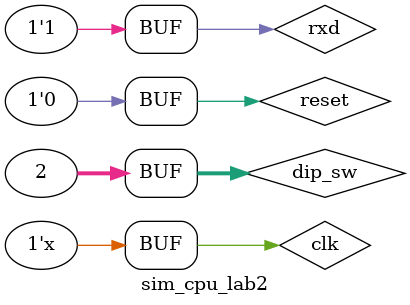
<source format=v>
`timescale 1ns / 1ps

//`define SIMULATION
module sim_cpu_lab2(

    );
    reg clk;
    reg reset;
    parameter HALF_CYCLE = 10;
    parameter SPC_CYCLE=7.142857;
    always #HALF_CYCLE begin
        clk = ~clk;
    end
    wire [31:0]base_ram_data;
    wire[19:0] base_ram_addr;
    wire[3:0] base_ram_be_n;
    wire base_ram_ce_n;
    wire base_ram_oe_n;
    wire base_ram_we_n;
    
    wire[31:0] ext_ram_data;
    wire[19:0] ext_ram_addr;
    wire[3:0] ext_ram_be_n;
    wire ext_ram_ce_n;
    wire ext_ram_oe_n;
    wire ext_ram_we_n;
    reg [31:0]dip_sw;
    wire txd;
    wire [15:0] leds;
    wire clk_140m;
    reg  rxd;
    ram #(.lab(2)) 
    base_ram(
    .ram_data(base_ram_data),  
    .ram_addr(base_ram_addr[9:0]), 
    .ram_be_n(base_ram_be_n),
    .ram_ce_n(base_ram_ce_n),       
    .ram_oe_n(base_ram_oe_n),       
    .ram_we_n(base_ram_we_n),       
    .clk(clk_140m)
    );
    
    ram #(.random_code(32'h421), .lab(2))
    ext_ram(
    .ram_data(ext_ram_data),  
    .ram_addr(ext_ram_addr[9:0]), 
    .ram_be_n(ext_ram_be_n),
    .ram_ce_n(ext_ram_ce_n),       
    .ram_oe_n(ext_ram_oe_n),       
    .ram_we_n(ext_ram_we_n),       
    .clk(clk_140m)
    );
    
    
    cpu CPU(
    .clk_50M(clk),           //50MHz Ê±ÖÓÊäÈë
    .clk_140m(clk_140m),
    .clk_11M0592(clk),
    .clock_btn(clk),
    .reset_btn(reset),
    .dip_sw(dip_sw),
    .leds(leds),

    //BaseRAMÐÅºÅ
    .base_ram_data(base_ram_data),  //BaseRAMÊý¾Ý£¬µÍ8Î»ÓëCPLD´®¿Ú¿ØÖÆÆ÷¹²Ïí
    .base_ram_addr(base_ram_addr), //BaseRAMµØÖ·
    .base_ram_be_n(base_ram_be_n),  //BaseRAM×Ö½ÚÊ¹ÄÜ£¬µÍÓÐÐ§¡£Èç¹û²»Ê¹ÓÃ×Ö½ÚÊ¹ÄÜ£¬Çë±£³ÖÎª0
    .base_ram_ce_n(base_ram_ce_n),       //BaseRAMÆ¬Ñ¡£¬µÍÓÐÐ§
    .base_ram_oe_n(base_ram_oe_n),       //BaseRAM¶ÁÊ¹ÄÜ£¬µÍÓÐÐ§
    .base_ram_we_n(base_ram_we_n),       //BaseRAMÐ´Ê¹ÄÜ£¬µÍÓÐÐ§

    //ExtRAMÐÅºÅ
    .ext_ram_data(ext_ram_data),  //ExtRAMÊý¾Ý
    .ext_ram_addr(ext_ram_addr), //ExtRAMµØÖ·
    .ext_ram_be_n(ext_ram_be_n),  //ExtRAM×Ö½ÚÊ¹ÄÜ£¬µÍÓÐÐ§¡£Èç¹û²»Ê¹ÓÃ×Ö½ÚÊ¹ÄÜ£¬Çë±£³ÖÎª0
    .ext_ram_ce_n(ext_ram_ce_n),       //ExtRAMÆ¬Ñ¡£¬µÍÓÐÐ§
    .ext_ram_oe_n(ext_ram_oe_n),       //ExtRAM¶ÁÊ¹ÄÜ£¬µÍÓÐÐ§
    .ext_ram_we_n(ext_ram_we_n),      //ExtRAMÐ´Ê¹ÄÜ£¬µÍÓÐÐ§
    
    .txd(txd),  //Ö±Á¬´®¿Ú·¢ËÍ¶Ë
    .rxd(rxd)  //Ö±Á¬´®¿Ú½ÓÊÕ¶Ë
    );
//    reg [31:0] r1,r2;
//    reg idx;
//    wire r2=(idx==1'dz)?1:1'dz;
    
    initial begin
//        idx=1'dz;
        reset=0;
        clk=0;
        dip_sw=0;
        dip_sw[1]=1'b1;
        rxd=1;
//        r1=$signed(32'h0xdbbad0b0)>>>32'h0x00000005;
//        $display("%x", r1);
        #5
        reset=1;
        #100
        reset=0;
        #15000
        //T
        rxd=0;
        #(3*SPC_CYCLE)
        rxd=1;
        #SPC_CYCLE
        rxd=0;
        #SPC_CYCLE
        rxd=1;
        #SPC_CYCLE
        rxd=0;
        #SPC_CYCLE
        rxd=1;
        #SPC_CYCLE
        rxd=0;
        #SPC_CYCLE
        rxd=1;
        
    end

endmodule

</source>
